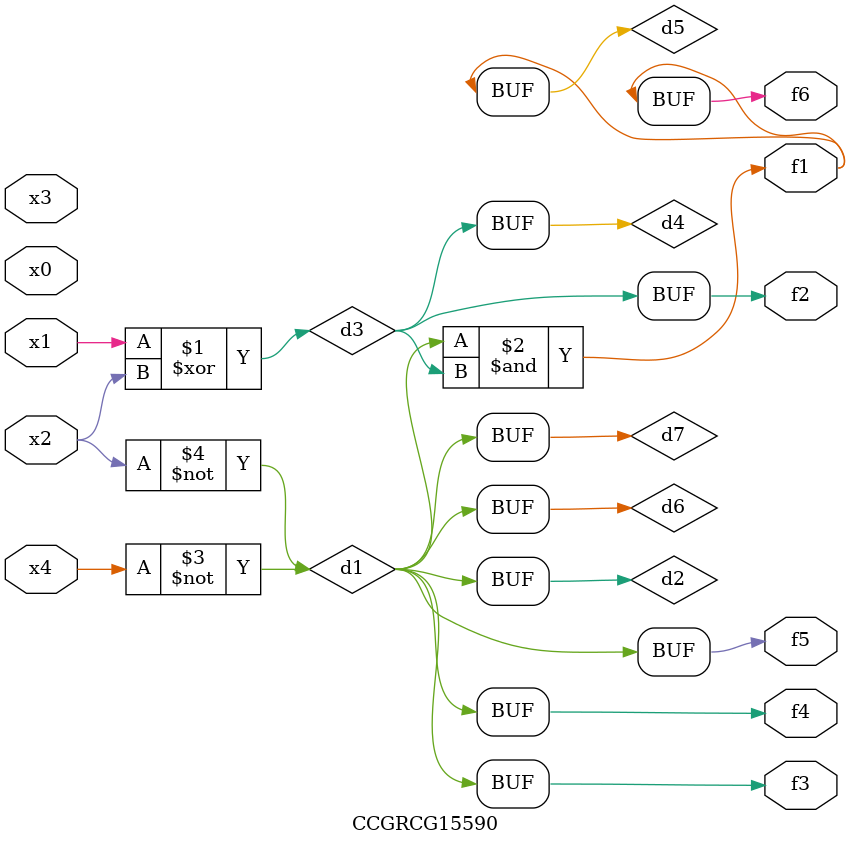
<source format=v>
module CCGRCG15590(
	input x0, x1, x2, x3, x4,
	output f1, f2, f3, f4, f5, f6
);

	wire d1, d2, d3, d4, d5, d6, d7;

	not (d1, x4);
	not (d2, x2);
	xor (d3, x1, x2);
	buf (d4, d3);
	and (d5, d1, d3);
	buf (d6, d1, d2);
	buf (d7, d2);
	assign f1 = d5;
	assign f2 = d4;
	assign f3 = d7;
	assign f4 = d7;
	assign f5 = d7;
	assign f6 = d5;
endmodule

</source>
